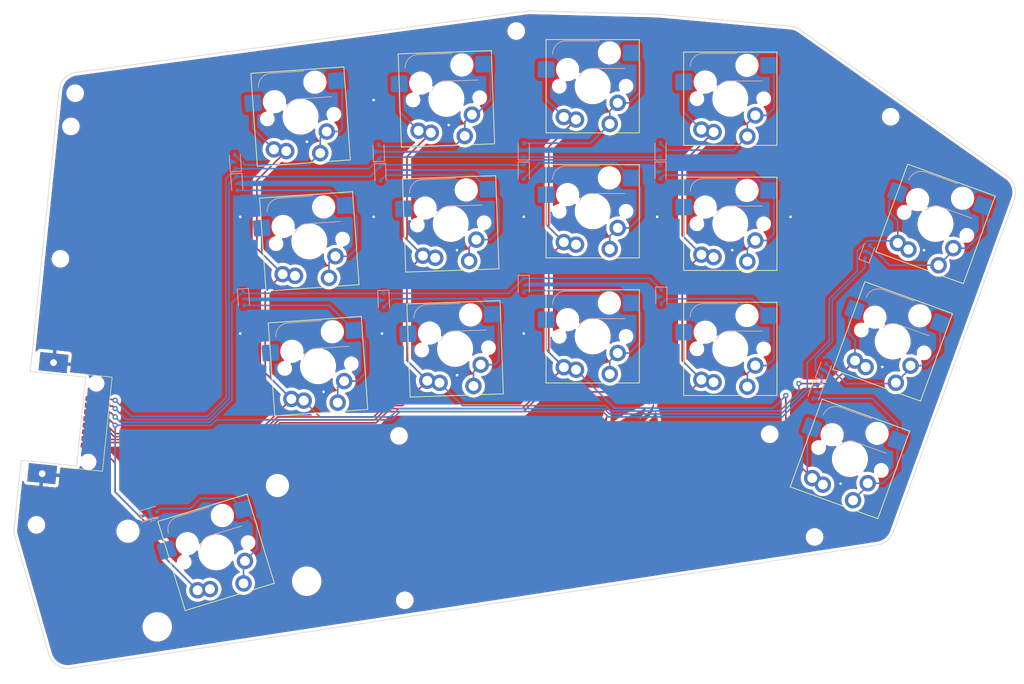
<source format=kicad_pcb>
(kicad_pcb (version 20221018) (generator pcbnew)
  (title_block (title "SEPOR-LEFT") (rev "v1.0.0") (company "Unknown"))
  (layers (0 "F.Cu" signal) (31 "B.Cu" signal) (34 "B.Paste" user) (35 "F.Paste" user) (36 "B.SilkS" user "B.Silkscreen") (37 "F.SilkS" user "F.Silkscreen") (38 "B.Mask" user) (39 "F.Mask" user) (44 "Edge.Cuts" user))
  (net 0 "")
  (net 1 "GND")
  (net 2 "row0")
  (net 3 "Net-(D19-Pad2)")
  (net 4 "Net-(D20-Pad2)")
  (net 5 "Net-(D21-Pad2)")
  (net 6 "Net-(D22-Pad2)")
  (net 7 "row1")
  (net 8 "Net-(D23-Pad2)")
  (net 9 "Net-(D24-Pad2)")
  (net 10 "Net-(D25-Pad2)")
  (net 11 "Net-(D26-Pad2)")
  (net 12 "row2")
  (net 13 "Net-(D27-Pad2)")
  (net 14 "Net-(D28-Pad2)")
  (net 15 "Net-(D29-Pad2)")
  (net 16 "Net-(D30-Pad2)")
  (net 17 "row3")
  (net 18 "Net-(D31-Pad2)")
  (net 19 "Net-(D32-Pad2)")
  (net 20 "Net-(D33-Pad2)")
  (net 21 "Net-(D34-Pad2)")
  (net 22 "col5")
  (net 23 "col6")
  (net 24 "col7")
  (net 25 "col8")
  (footprint "SEPR34-footprints:SEPOR-MX-KS27-HOTSWAP-1U" (layer "F.Cu") (at 254.688849 155.140788)
    (fp_text reference "S30" hide)
    (fp_text value "SWITCH")
  )
  (footprint "SEPOR-footprints:SEPOR-RJ45-SOCKET" (layer "F.Cu") (at 152.734192 165.892537 -95.85)
    (fp_text reference "J1" hide)
    (fp_text value "8P8C")
    (fp_line (start -9.8 5.39) (end -6.8 5.39) (stroke (width 0.1)) (layer "Edge.Cuts"))
    (fp_line (start -6.8 -3.11) (end -6.8 5.39) (stroke (width 0.1)) (layer "Edge.Cuts"))
    (fp_line (start -6.8 -3.11) (end 6.8 -3.11) (stroke (width 0.1)) (layer "Edge.Cuts"))
    (fp_line (start 6.8 -3.11) (end 6.8 5.39) (stroke (width 0.1)) (layer "Edge.Cuts"))
    (fp_line (start 6.8 5.39) (end 9.8 5.39) (stroke (width 0.1)) (layer "Edge.Cuts"))
  )
  (footprint "MountingHole:MountingHole_2.2mm_M2" (layer "F.Cu") (at 267.526525 183.783925)
    (property "Reference" "H?")
    (property "Value" "MountingHole")
    (fp_text reference "H10" hide)
    (fp_text value "MountingHole")
  )
  (footprint "SEPOR-footprints:SEPOR-LOGO" (layer "F.Cu") (at 238.473398 176.937406)
    (fp_text reference "G***" hide)
    (fp_text value "LOGO" hide)
  )
  (footprint "SEPR34-footprints:SEPOR-MX-KS27-HOTSWAP-1U" (layer "F.Cu") (at 212.778848 155.140788 2)
    (fp_text reference "S28" hide)
    (fp_text value "SWITCH")
  )
  (footprint "MountingHole:MountingHole_2.2mm_M2" (layer "F.Cu") (at 205.110512 193.431735)
    (property "Reference" "H?")
    (property "Value" "MountingHole")
    (fp_text reference "H7" hide)
    (fp_text value "MountingHole")
  )
  (footprint "MountingHole:MountingHole_2.2mm_M2" (layer "F.Cu") (at 204.23628 168.396995)
    (property "Reference" "H?")
    (property "Value" "MountingHole")
    (fp_text reference "H8" hide)
    (fp_text value "MountingHole")
  )
  (footprint "MountingHole:MountingHole_2.2mm_M2" (layer "F.Cu") (at 152.666802 141.423098)
    (fp_text reference "H5" hide)
    (fp_text value "MountingHole")
  )
  (footprint "SEPR34-footprints:SEPOR-MX-KS27-HOTSWAP-1U" (layer "F.Cu") (at 212.114013 136.102393 2)
    (fp_text reference "S24" hide)
    (fp_text value "SWITCH")
  )
  (footprint "SEPR34-footprints:SEPOR-MX-KS27-HOTSWAP-1U" (layer "F.Cu") (at 279.427964 154.008797 -20)
    (fp_text reference "S32" hide)
    (fp_text value "SWITCH")
  )
  (footprint "SEPR34-footprints:SEPOR-MX-KS27-HOTSWAP-1U" (layer "F.Cu") (at 189.245376 119.768757 4)
    (fp_text reference "S19" hide)
    (fp_text value "SWITCH")
  )
  (footprint "MountingHole:MountingHole_2.2mm_M2" (layer "F.Cu") (at 260.688849 168.140788)
    (property "Reference" "H?")
    (property "Value" "MountingHole")
    (fp_text reference "H9" hide)
    (fp_text value "MountingHole")
  )
  (footprint "MountingHole:MountingHole_2.2mm_M2" (layer "F.Cu") (at 154.913147 116.204971)
    (fp_text reference "H3" hide)
    (fp_text value "MountingHole")
  )
  (footprint "SEPR34-footprints:SEPOR-MX-KS27-HOTSWAP-1U" (layer "F.Cu") (at 285.943447 136.107652 -20)
    (fp_text reference "S31" hide)
    (fp_text value "SWITCH")
  )
  (footprint "MountingHole:MountingHole_2.2mm_M2" (layer "F.Cu") (at 149.01887 181.944235)
    (property "Reference" "H?")
    (property "Value" "MountingHole")
    (fp_text reference "H6" hide)
    (fp_text value "MountingHole")
  )
  (footprint "SEPR34-footprints:SEPOR-MX-KS27-HOTSWAP-1U" (layer "F.Cu") (at 233.733849 134.185788)
    (fp_text reference "S25" hide)
    (fp_text value "SWITCH")
  )
  (footprint "SEPR34-footprints:SEPOR-MX-KS27-HOTSWAP-1U" (layer "F.Cu") (at 254.688849 136.090788)
    (fp_text reference "S26" hide)
    (fp_text value "SWITCH")
  )
  (footprint "MountingHole:MountingHole_2.2mm_M2" (layer "F.Cu") (at 279.113398 119.787406)
    (fp_text reference "H1" hide)
    (fp_text value "MountingHole")
  )
  (footprint "SEPR34-footprints:SEPOR-MX-KS27-HOTSWAP-1U" (layer "F.Cu") (at 191.903097 157.775947 4)
    (fp_text reference "S27" hide)
    (fp_text value "SWITCH")
  )
  (footprint "SEPR34-footprints:SEPOR-MX-KS27-HOTSWAP-1U" (layer "F.Cu") (at 272.91248 171.909941 -20)
    (fp_text reference "S33" hide)
    (fp_text value "SWITCH")
  )
  (footprint "MountingHole:MountingHole_2.2mm_M2" (layer "F.Cu") (at 222.095227 106.736165)
    (fp_text reference "H2" hide)
    (fp_text value "MountingHole")
  )
  (footprint "SEPR34-footprints:SEPOR-MX-KS27-HOTSWAP-1U" (layer "F.Cu") (at 211.449178 117.063998 2)
    (fp_text reference "S20" hide)
    (fp_text value "SWITCH")
  )
  (footprint "SEPR34-footprints:SEPOR-MX-KS27-HOTSWAP-1U" (layer "F.Cu") (at 233.733849 153.235788)
    (fp_text reference "S29" hide)
    (fp_text value "SWITCH")
  )
  (footprint "SEPR34-footprints:SEPOR-MX-KS27-HOTSWAP-1U" (layer "F.Cu") (at 190.574236 138.772352 4)
    (fp_text reference "S23" hide)
    (fp_text value "SWITCH")
  )
  (footprint "SEPR34-footprints:SEPOR-MX-KS27-HOTSWAP-1U" (layer "F.Cu") (at 233.733848 115.135788)
    (fp_text reference "S21" hide)
    (fp_text value "SWITCH")
  )
  (footprint "SEPR34-footprints:SEPOR-MX-KS27-HOTSWAP-2U" (layer "F.Cu") (at 176.387134 186.125219 17)
    (fp_text reference "S34")
    (fp_text value "SW_PUSH_2.0U")
  )
  (footprint "SEPR34-footprints:SEPOR-MX-KS27-HOTSWAP-1U" (layer "F.Cu") (at 254.688849 117.040788)
    (fp_text reference "S22" hide)
    (fp_text value "SWITCH")
  )
  (footprint "MountingHole:MountingHole_2.2mm_M2" (layer "F.Cu") (at 154.264365 121.262547)
    (fp_text reference "H4" hide)
    (fp_text value "MountingHole")
  )
  (footprint "Diode_SMD:D_SOD-323" (layer "B.Cu") (at 201.389398 128.423406 -88)
    (fp_text reference "D24" hide)
    (fp_text value "1N4148")
  )
  (footprint "Diode_SMD:D_SOD-323" (layer "B.Cu") (at 268.953398 158.395406 70)
    (fp_text reference "D32" hide)
    (fp_text value "1N4148")
  )
  (footprint "Diode_SMD:D_SOD-323" (layer "B.Cu") (at 179.291398 126.645406 94)
    (fp_text reference "D19" hide)
    (fp_text value "1N4148")
  )
  (footprint "Diode_SMD:D_SOD-323" (layer "B.Cu") (at 201.135398 125.121406 92)
    (fp_text reference "D20" hide)
    (fp_text value "1N4148")
  )
  (footprint "Diode_SMD:D_SOD-323" (layer "B.Cu") (at 179.545398 129.947406 -86)
    (fp_text reference "D23" hide)
    (fp_text value "1N4148")
  )
  (footprint "Diode_SMD:D_SOD-323" (layer "B.Cu") (at 166.337398 180.239406 17)
    (fp_text reference "D34" hide)
    (fp_text value "1N4148")
  )
  (footprint "Diode_SMD:D_SOD-323" (layer "B.Cu") (at 267.683398 161.697406 -110)
    (fp_text reference "D33" hide)
    (fp_text value "1N4148")
  )
  (footprint "Diode_SMD:D_SOD-323" (layer "B.Cu") (at 223.233398 128.169406 -90)
    (fp_text reference "D25" hide)
    (fp_text value "1N4148")
  )
  (footprint "Diode_SMD:D_SOD-323" (layer "B.Cu") (at 244.061398 124.867406 90)
    (fp_text reference "D22" hide)
    (fp_text value "1N4148")
  )
  (footprint "Diode_SMD:D_SOD-323" (layer "B.Cu") (at 223.233398 145.441406 -90)
    (fp_text reference "D29" hide)
    (fp_text value "1N4148")
  )
  (footprint "Diode_SMD:D_SOD-323" (layer "B.Cu") (at 275.557398 140.361406 70)
    (fp_text reference "D31" hide)
    (fp_text value "1N4148")
  )
  (footprint "Diode_SMD:D_SOD-323" (layer "B.Cu") (at 180.561398 147.473406 -86)
    (fp_text reference "D27" hide)
    (fp_text value "1N4148")
  )
  (footprint "Diode_SMD:D_SOD-323" (layer "B.Cu") (at 244.061398 128.169406 -90)
    (fp_text reference "D26" hide)
    (fp_text value "1N4148")
  )
  (footprint "Diode_SMD:D_SOD-323" (layer "B.Cu") (at 201.897398 147.727406 -88)
    (fp_text reference "D28" hide)
    (fp_text value "1N4148")
  )
  (footprint "Diode_SMD:D_SOD-323" (layer "B.Cu") (at 244.188398 147.219406 -90)
    (fp_text reference "D30" hide)
    (fp_text value "1N4148")
  )
  (footprint "Diode_SMD:D_SOD-323" (layer "B.Cu") (at 223.233398 124.867406 90)
    (fp_text reference "D21" hide)
    (fp_text value "1N4148")
  )
  (gr_line (start 154.231819 203.754651) (end 277.13108 184.995427) (stroke (width 0.1)) (layer "Edge.Cuts"))
  (gr_arc (start 154.231819 203.754651) (mid 152.161668 203.315458) (end 150.896306 201.619205) (stroke (width 0.1)) (layer "Edge.Cuts"))
  (gr_line (start 296.873316 128.855133) (end 265.346904 106.556237) (stroke (width 0.1)) (layer "Edge.Cuts"))
  (gr_arc (start 145.715472 183.629056) (mid 145.610264 183.065701) (end 145.613981 182.492619) (stroke (width 0.1)) (layer "Edge.Cuts"))
  (gr_line (start 263.886131 106.017814) (end 243.830162 104.194544) (stroke (width 0.1)) (layer "Edge.Cuts"))
  (gr_arc (start 263.886131 106.017814) (mid 264.652079 106.190544) (end 265.346904 106.556237) (stroke (width 0.1)) (layer "Edge.Cuts"))
  (gr_arc (start 296.873317 128.855133) (mid 298.003986 130.409143) (end 297.960014 132.330451) (stroke (width 0.1)) (layer "Edge.Cuts"))
  (gr_arc (start 279.497484 183.055836) (mid 278.580043 184.349874) (end 277.13108 184.995427) (stroke (width 0.1)) (layer "Edge.Cuts"))
  (gr_arc (start 243.637172 104.183254) (mid 243.733758 104.187341) (end 243.830162 104.194544) (stroke (width 0.1)) (layer "Edge.Cuts"))
  (gr_arc (start 223.74914 103.700821) (mid 223.989844 103.677994) (end 224.231603 103.674545) (stroke (width 0.1)) (layer "Edge.Cuts"))
  (gr_line (start 148.371122 155.594201) (end 152.467747 115.70043) (stroke (width 0.1)) (layer "Edge.Cuts"))
  (gr_line (start 243.637171 104.183254) (end 224.231603 103.674545) (stroke (width 0.1)) (layer "Edge.Cuts"))
  (gr_line (start 279.497484 183.055836) (end 297.960014 132.330451) (stroke (width 0.1)) (layer "Edge.Cuts"))
  (gr_arc (start 152.467747 115.70043) (mid 153.296316 113.920413) (end 155.048231 113.033968) (stroke (width 0.1)) (layer "Edge.Cuts"))
  (gr_line (start 145.613981 182.492619) (end 146.373403 175.092127) (stroke (width 0.1)) (layer "Edge.Cuts"))
  (gr_line (start 145.715471 183.629056) (end 150.896306 201.619205) (stroke (width 0.1)) (layer "Edge.Cuts"))
  (gr_line (start 223.74914 103.700821) (end 155.048231 113.033968) (stroke (width 0.1)) (layer "Edge.Cuts"))
  (via (at 263.873398 135.027406) (size 0.8) (drill 0.4) (layers "F.Cu" "B.Cu") (net 1))
  (via (at 284.193398 140.107406) (size 0.8) (drill 0.4) (layers "F.Cu" "B.Cu") (net 1))
  (via (at 180.053398 152.807406) (size 0.8) (drill 0.4) (layers "F.Cu" "B.Cu") (net 1))
  (via (at 243.553398 135.027406) (size 0.8) (drill 0.4) (layers "F.Cu" "B.Cu") (net 1))
  (via (at 223.233398 152.807406) (size 0.8) (drill 0.4) (layers "F.Cu" "B.Cu") (net 1))
  (via (at 200.373398 135.027406) (size 0.8) (drill 0.4) (layers "F.Cu" "B.Cu") (net 1))
  (via (at 211.803398 121.057406) (size 0.8) (drill 0.4) (layers "F.Cu" "B.Cu") (net 1))
  (via (at 201.643398 152.807406) (size 0.8) (drill 0.4) (layers "F.Cu" "B.Cu") (net 1))
  (via (at 190.213398 123.597406) (size 0.8) (drill 0.4) (layers "F.Cu" "B.Cu") (net 1))
  (via (at 223.233398 135.027406) (size 0.8) (drill 0.4) (layers "F.Cu" "B.Cu") (net 1))
  (via (at 277.843398 157.887406) (size 0.8) (drill 0.4) (layers "F.Cu" "B.Cu") (net 1))
  (via (at 192.753398 161.697406) (size 0.8) (drill 0.4) (layers "F.Cu" "B.Cu") (net 1))
  (via (at 180.053398 135.027406) (size 0.8) (drill 0.4) (layers "F.Cu" "B.Cu") (net 1))
  (via (at 213.073398 159.157406) (size 0.8) (drill 0.4) (layers "F.Cu" "B.Cu") (net 1))
  (via (at 213.073398 140.107406) (size 0.8) (drill 0.4) (layers "F.Cu" "B.Cu") (net 1))
  (via (at 200.373398 117.247406) (size 0.8) (drill 0.4) (layers "F.Cu" "B.Cu") (net 1))
  (via (at 254.983398 140.107406) (size 0.8) (drill 0.4) (layers "F.Cu" "B.Cu") (net 1))
  (via (at 271.493398 175.667406) (size 0.8) (drill 0.4) (layers "F.Cu" "B.Cu") (net 1))
  (segment (start 161.003398 162.967406) (end 160.87757 162.841578) (width 0.25) (layer "F.Cu") (net 2))
  (segment (start 160.87757 162.841578) (end 157.982492 162.841578) (width 0.25) (layer "F.Cu") (net 2))
  (via (at 161.003398 162.967406) (size 0.8) (drill 0.4) (layers "F.Cu" "B.Cu") (net 2))
  (segment (start 177.883398 129.174092) (end 179.364642 127.692848) (width 0.25) (layer "B.Cu") (net 2))
  (segment (start 201.172042 126.170766) (end 201.425402 125.917406) (width 0.25) (layer "B.Cu") (net 2))
  (segment (start 177.883398 162.594614) (end 177.883398 129.174092) (width 0.25) (layer "B.Cu") (net 2))
  (segment (start 175.050606 165.427406) (end 177.883398 162.594614) (width 0.25) (layer "B.Cu") (net 2))
  (segment (start 223.233398 125.917406) (end 244.061398 125.917406) (width 0.25) (layer "B.Cu") (net 2))
  (segment (start 199.64996 127.692848) (end 201.172042 126.170766) (width 0.25) (layer "B.Cu") (net 2))
  (segment (start 161.003398 162.967406) (end 163.463398 165.427406) (width 0.25) (layer "B.Cu") (net 2))
  (segment (start 179.364642 127.692848) (end 199.64996 127.692848) (width 0.25) (layer "B.Cu") (net 2))
  (segment (start 163.463398 165.427406) (end 175.050606 165.427406) (width 0.25) (layer "B.Cu") (net 2))
  (segment (start 201.425402 125.917406) (end 223.233398 125.917406) (width 0.25) (layer "B.Cu") (net 2))
  (segment (start 180.727304 127.107114) (end 190.456411 127.107114) (width 0.25) (layer "B.Cu") (net 3))
  (segment (start 195.226133 122.036798) (end 195.563002 121.699929) (width 0.25) (layer "B.Cu") (net 3))
  (segment (start 195.563002 115.137834) (end 194.718782 114.293614) (width 0.25) (layer "B.Cu") (net 3))
  (segment (start 193.223276 122.036798) (end 195.226133 122.036798) (width 0.25) (layer "B.Cu") (net 3))
  (segment (start 195.563002 121.699929) (end 195.563002 115.137834) (width 0.25) (layer "B.Cu") (net 3))
  (segment (start 179.218154 125.597964) (end 180.727304 127.107114) (width 0.25) (layer "B.Cu") (net 3))
  (segment (start 192.240142 123.019932) (end 192.240142 125.323383) (width 0.25) (layer "B.Cu") (net 3))
  (segment (start 193.223276 122.036798) (end 192.240142 123.019932) (width 0.25) (layer "B.Cu") (net 3))
  (segment (start 190.456411 127.107114) (end 192.240142 125.323383) (width 0.25) (layer "B.Cu") (net 3))
  (segment (start 201.349806 124.323098) (end 212.644925 124.323098) (width 0.25) (layer "B.Cu") (net 4))
  (segment (start 212.644925 124.323098) (end 214.248266 122.719757) (width 0.25) (layer "B.Cu") (net 4))
  (segment (start 215.345502 119.469484) (end 214.248266 120.56672) (width 0.25) (layer "B.Cu") (net 4))
  (segment (start 218.153398 117.247406) (end 218.153398 112.826278) (width 0.25) (layer "B.Cu") (net 4))
  (segment (start 214.248266 120.56672) (end 214.248266 122.719757) (width 0.25) (layer "B.Cu") (net 4))
  (segment (start 215.345502 119.469484) (end 215.93132 119.469484) (width 0.25) (layer "B.Cu") (net 4))
  (segment (start 218.153398 112.826278) (end 217.11033 111.78321) (width 0.25) (layer "B.Cu") (net 4))
  (segment (start 215.93132 119.469484) (end 218.153398 117.247406) (width 0.25) (layer "B.Cu") (net 4))
  (segment (start 201.098754 124.072046) (end 201.349806 124.323098) (width 0.25) (layer "B.Cu") (net 4))
  (segment (start 241.013398 111.493338) (end 239.575848 110.055788) (width 0.25) (layer "B.Cu") (net 5))
  (segment (start 223.233398 123.817406) (end 233.40223 123.817406) (width 0.25) (layer "B.Cu") (net 5))
  (segment (start 233.40223 123.817406) (end 236.333848 120.885788) (width 0.25) (layer "B.Cu") (net 5))
  (segment (start 241.013398 115.977406) (end 241.013398 111.493338) (width 0.25) (layer "B.Cu") (net 5))
  (segment (start 236.333848 118.885788) (end 237.543848 117.675788) (width 0.25) (layer "B.Cu") (net 5))
  (segment (start 239.315016 117.675788) (end 241.013398 115.977406) (width 0.25) (layer "B.Cu") (net 5))
  (segment (start 237.543848 117.675788) (end 239.315016 117.675788) (width 0.25) (layer "B.Cu") (net 5))
  (segment (start 236.333848 120.885788) (end 236.333848 118.885788) (width 0.25) (layer "B.Cu") (net 5))
  (segment (start 257.288849 120.790788) (end 258.498849 119.580788) (width 0.25) (layer "B.Cu") (net 6))
  (segment (start 261.333398 118.517406) (end 261.333398 112.763337) (width 0.25) (layer "B.Cu") (net 6))
  (segment (start 244.061398 123.817406) (end 245.111398 124.867406) (width 0.25) (layer "B.Cu") (net 6))
  (segment (start 261.333398 112.763337) (end 260.530849 111.960788) (width 0.25) (layer "B.Cu") (net 6))
  (segment (start 255.212231 124.867406) (end 257.288849 122.790788) (width 0.25) (layer "B.Cu") (net 6))
  (segment (start 258.498849 119.580788) (end 260.270016 119.580788) (width 0.25) (layer "B.Cu") (net 6))
  (segment (start 245.111398 124.867406) (end 255.212231 124.867406) (width 0.25) (layer "B.Cu") (net 6))
  (segment (start 260.270016 119.580788) (end 261.333398 118.517406) (width 0.25) (layer "B.Cu") (net 6))
  (segment (start 257.288849 122.790788) (end 257.288849 120.790788) (width 0.25) (layer "B.Cu") (net 6))
  (segment (start 160.622258 163.856266) (end 161.003398 164.237406) (width 0.25) (layer "F.Cu") (net 7))
  (segment (start 157.878529 163.856266) (end 160.622258 163.856266) (width 0.25) (layer "F.Cu") (net 7))
  (via (at 161.003398 164.237406) (size 0.8) (drill 0.4) (layers "F.Cu" "B.Cu") (net 7))
  (segment (start 223.985398 126.367406) (end 243.309398 126.367406) (width 0.25) (layer "B.Cu") (net 7))
  (segment (start 178.333398 162.78101) (end 178.333398 130.03872) (width 0.25) (layer "B.Cu") (net 7))
  (segment (start 223.233398 127.119406) (end 223.985398 126.367406) (width 0.25) (layer "B.Cu") (net 7))
  (segment (start 175.237002 165.877406) (end 178.333398 162.78101) (width 0.25) (layer "B.Cu") (net 7))
  (segment (start 199.826836 128.899964) (end 201.352754 127.374046) (width 0.25) (layer "B.Cu") (net 7))
  (segment (start 178.333398 130.03872) (end 179.472154 128.899964) (width 0.25) (layer "B.Cu") (net 7))
  (segment (start 201.607394 127.119406) (end 223.233398 127.119406) (width 0.25) (layer "B.Cu") (net 7))
  (segment (start 162.643398 165.877406) (end 175.237002 165.877406) (width 0.25) (layer "B.Cu") (net 7))
  (segment (start 201.352754 127.374046) (end 201.607394 127.119406) (width 0.25) (layer "B.Cu") (net 7))
  (segment (start 243.309398 126.367406) (end 244.061398 127.119406) (width 0.25) (layer "B.Cu") (net 7))
  (segment (start 161.003398 164.237406) (end 162.643398 165.877406) (width 0.25) (layer "B.Cu") (net 7))
  (segment (start 179.472154 128.899964) (end 199.826836 128.899964) (width 0.25) (layer "B.Cu") (net 7))
  (segment (start 193.569002 142.023527) (end 194.552136 141.040393) (width 0.25) (layer "B.Cu") (net 8))
  (segment (start 197.833398 139.761988) (end 197.833398 135.082965) (width 0.25) (layer "B.Cu") (net 8))
  (segment (start 196.554993 141.040393) (end 197.833398 139.761988) (width 0.25) (layer "B.Cu") (net 8))
  (segment (start 194.552136 141.040393) (end 196.554993 141.040393) (width 0.25) (layer "B.Cu") (net 8))
  (segment (start 193.745281 130.994848) (end 196.047642 133.297209) (width 0.25) (layer "B.Cu") (net 8))
  (segment (start 197.833398 135.082965) (end 196.047642 133.297209) (width 0.25) (layer "B.Cu") (net 8))
  (segment (start 193.569002 144.326978) (end 193.569002 142.023527) (width 0.25) (layer "B.Cu") (net 8))
  (segment (start 179.618642 130.994848) (end 193.745281 130.994848) (width 0.25) (layer "B.Cu") (net 8))
  (segment (start 218.143679 138.507879) (end 219.423398 137.22816) (width 0.25) (layer "B.Cu") (net 9))
  (segment (start 215.630966 128.677406) (end 217.775165 130.821605) (width 0.25) (layer "B.Cu") (net 9))
  (segment (start 216.010337 138.507879) (end 218.143679 138.507879) (width 0.25) (layer "B.Cu") (net 9))
  (segment (start 201.426042 129.472766) (end 202.221402 128.677406) (width 0.25) (layer "B.Cu") (net 9))
  (segment (start 214.913101 139.605115) (end 216.010337 138.507879) (width 0.25) (layer "B.Cu") (net 9))
  (segment (start 219.423398 132.469838) (end 217.775165 130.821605) (width 0.25) (layer "B.Cu") (net 9))
  (segment (start 214.913101 141.758152) (end 214.913101 139.605115) (width 0.25) (layer "B.Cu") (net 9))
  (segment (start 219.423398 137.22816) (end 219.423398 132.469838) (width 0.25) (layer "B.Cu") (net 9))
  (segment (start 202.221402 128.677406) (end 215.630966 128.677406) (width 0.25) (layer "B.Cu") (net 9))
  (segment (start 225.635398 126.817406) (end 237.287467 126.817406) (width 0.25) (layer "B.Cu") (net 10))
  (segment (start 239.315016 136.725788) (end 241.013398 135.027406) (width 0.25) (layer "B.Cu") (net 10))
  (segment (start 241.013398 130.543337) (end 239.575849 129.105788) (width 0.25) (layer "B.Cu") (net 10))
  (segment (start 223.233398 129.219406) (end 225.635398 126.817406) (width 0.25) (layer "B.Cu") (net 10))
  (segment (start 241.013398 135.027406) (end 241.013398 130.543337) (width 0.25) (layer "B.Cu") (net 10))
  (segment (start 236.333849 139.935788) (end 236.333849 137.935788) (width 0.25) (layer "B.Cu") (net 10))
  (segment (start 237.287467 126.817406) (end 239.575849 129.105788) (width 0.25) (layer "B.Cu") (net 10))
  (segment (start 236.333849 137.935788) (end 237.543849 136.725788) (width 0.25) (layer "B.Cu") (net 10))
  (segment (start 237.543849 136.725788) (end 239.315016 136.725788) (width 0.25) (layer "B.Cu") (net 10))
  (segment (start 257.288849 139.840788) (end 258.498849 138.630788) (width 0.25) (layer "B.Cu") (net 11))
  (segment (start 258.498849 138.630788) (end 260.270016 138.630788) (width 0.25) (layer "B.Cu") (net 11))
  (segment (start 244.061398 129.219406) (end 244.603398 128.677406) (width 0.25) (layer "B.Cu") (net 11))
  (segment (start 244.603398 128.677406) (end 258.197467 128.677406) (width 0.25) (layer "B.Cu") (net 11))
  (segment (start 257.288849 141.840788) (end 257.288849 139.840788) (width 0.25) (layer "B.Cu") (net 11))
  (segment (start 260.270016 138.630788) (end 261.333398 137.567406) (width 0.25) (layer "B.Cu") (net 11))
  (segment (start 261.333398 131.813337) (end 260.530849 131.010788) (width 0.25) (layer "B.Cu") (net 11))
  (segment (start 258.197467 128.677406) (end 260.530849 131.010788) (width 0.25) (layer "B.Cu") (net 11))
  (segment (start 261.333398 137.567406) (end 261.333398 131.813337) (width 0.25) (layer "B.Cu") (net 11))
  (segment (start 160.366946 164.870954) (end 161.003398 165.507406) (width 0.25) (layer "F.Cu") (net 12))
  (segment (start 157.774566 164.870954) (end 160.366946 164.870954) (width 0.25) (layer "F.Cu") (net 12))
  (via (at 161.003398 165.507406) (size 0.8) (drill 0.4) (layers "F.Cu" "B.Cu") (net 12))
  (segment (start 223.233398 144.391406) (end 242.410398 144.391406) (width 0.25) (layer "B.Cu") (net 12))
  (segment (start 178.783398 162.967406) (end 178.783398 148.13072) (width 0.25) (layer "B.Cu") (net 12))
  (segment (start 242.410398 144.391406) (end 244.188398 146.169406) (width 0.25) (layer "B.Cu") (net 12))
  (segment (start 180.488154 146.425964) (end 180.740236 146.678046) (width 0.25) (layer "B.Cu") (net 12))
  (segment (start 220.946758 146.678046) (end 223.233398 144.391406) (width 0.25) (layer "B.Cu") (net 12))
  (segment (start 161.003398 165.507406) (end 161.823398 166.327406) (width 0.25) (layer "B.Cu") (net 12))
  (segment (start 178.783398 148.13072) (end 180.488154 146.425964) (width 0.25) (layer "B.Cu") (net 12))
  (segment (start 201.860754 146.678046) (end 220.946758 146.678046) (width 0.25) (layer "B.Cu") (net 12))
  (segment (start 175.423398 166.327406) (end 178.783398 162.967406) (width 0.25) (layer "B.Cu") (net 12))
  (segment (start 180.740236 146.678046) (end 201.860754 146.678046) (width 0.25) (layer "B.Cu") (net 12))
  (segment (start 161.823398 166.327406) (end 175.423398 166.327406) (width 0.25) (layer "B.Cu") (net 12))
  (segment (start 194.897863 161.027122) (end 195.880997 160.043988) (width 0.25) (layer "B.Cu") (net 13))
  (segment (start 197.883854 160.043988) (end 199.103398 158.824444) (width 0.25) (layer "B.Cu") (net 13))
  (segment (start 193.596547 148.520848) (end 197.376503 152.300804) (width 0.25) (layer "B.Cu") (net 13))
  (segment (start 199.103398 154.027699) (end 197.376503 152.300804) (width 0.25) (layer "B.Cu") (net 13))
  (segment (start 195.880997 160.043988) (end 197.883854 160.043988) (width 0.25) (layer "B.Cu") (net 13))
  (segment (start 194.897863 163.330573) (end 194.897863 161.027122) (width 0.25) (layer "B.Cu") (net 13))
  (segment (start 180.634642 148.520848) (end 193.596547 148.520848) (width 0.25) (layer "B.Cu") (net 13))
  (segment (start 199.103398 158.824444) (end 199.103398 154.027699) (width 0.25) (layer "B.Cu") (net 13))
  (segment (start 203.204042 147.506766) (end 216.086766 147.506766) (width 0.25) (layer "B.Cu") (net 14))
  (segment (start 215.577936 158.64351) (end 216.675172 157.546274) (width 0.25) (layer "B.Cu") (net 14))
  (segment (start 216.675172 157.546274) (end 218.808514 157.546274) (width 0.25) (layer "B.Cu") (net 14))
  (segment (start 219.423398 156.93139) (end 219.423398 150.843398) (width 0.25) (layer "B.Cu") (net 14))
  (segment (start 215.577936 160.796547) (end 215.577936 158.64351) (width 0.25) (layer "B.Cu") (net 14))
  (segment (start 201.934042 148.776766) (end 203.204042 147.506766) (width 0.25) (layer "B.Cu") (net 14))
  (segment (start 219.423398 150.843398) (end 218.44 149.86) (width 0.25) (layer "B.Cu") (net 14))
  (segment (start 218.808514 157.546274) (end 219.423398 156.93139) (width 0.25) (layer "B.Cu") (net 14))
  (segment (start 216.086766 147.506766) (end 218.44 149.86) (width 0.25) (layer "B.Cu") (net 14))
  (segment (start 237.675848 146.255787) (end 239.575849 148.155788) (width 0.25) (layer "B.Cu") (net 15))
  (segment (start 237.543849 155.775788) (end 239.315016 155.775788) (width 0.25) (layer "B.Cu") (net 15))
  (segment (start 241.013398 149.593337) (end 239.575849 148.155788) (width 0.25) (layer "B.Cu") (net 15))
  (segment (start 236.333849 156.985788) (end 237.543849 155.775788) (width 0.25) (layer "B.Cu") (net 15))
  (segment (start 239.315016 155.775788) (end 241.013398 154.077406) (width 0.25) (layer "B.Cu") (net 15))
  (segment (start 236.333849 158.985788) (end 236.333849 156.985788) (width 0.25) (layer "B.Cu") (net 15))
  (segment (start 223.233398 146.491406) (end 223.469017 146.255787) (width 0.25) (layer "B.Cu") (net 15))
  (segment (start 223.469017 146.255787) (end 237.675848 146.255787) (width 0.25) (layer "B.Cu") (net 15))
  (segment (start 241.013398 154.077406) (end 241.013398 149.593337) (width 0.25) (layer "B.Cu") (net 15))
  (segment (start 260.270016 157.680788) (end 261.333398 156.617406) (width 0.25) (layer "B.Cu") (net 16))
  (segment (start 261.333398 150.863337) (end 260.530849 150.060788) (width 0.25) (layer "B.Cu") (net 16))
  (segment (start 258.498849 157.680788) (end 260.270016 157.680788) (width 0.25) (layer "B.Cu") (net 16))
  (segment (start 261.333398 156.617406) (end 261.333398 150.863337) (width 0.25) (layer "B.Cu") (net 16))
  (segment (start 257.288849 158.890788) (end 258.498849 157.680788) (width 0.25) (layer "B.Cu") (net 16))
  (segment (start 257.977467 147.507406) (end 260.530849 150.060788) (width 0.25) (layer "B.Cu") (net 16))
  (segment (start 257.288849 160.890788) (end 257.288849 158.890788) (width 0.25) (layer "B.Cu") (net 16))
  (segment (start 244.950398 147.507406) (end 257.977467 147.507406) (width 0.25) (layer "B.Cu") (net 16))
  (segment (start 244.188398 148.269406) (end 244.950398 147.507406) (width 0.25) (layer "B.Cu") (net 16))
  (segment (start 160.111634 165.885642) (end 161.003398 166.777406) (width 0.25) (layer "F.Cu") (net 17))
  (segment (start 157.670603 165.885642) (end 160.111634 165.885642) (width 0.25) (layer "F.Cu") (net 17))
  (via (at 161.003398 166.777406) (size 0.8) (drill 0.4) (layers "F.Cu" "B.Cu") (net 17))
  (segment (start 235.289071 164.687406) (end 204.369794 164.687406) (width 0.25) (layer "B.Cu") (net 17))
  (segment (start 268.594277 160.158971) (end 268.042519 160.710729) (width 0.25) (layer "B.Cu") (net 17))
  (segment (start 203.099794 165.957406) (end 176.429794 165.957406) (width 0.25) (layer "B.Cu") (net 17))
  (segment (start 270.223398 147.727406) (end 275.198277 142.752527) (width 0.25) (layer "B.Cu") (net 17))
  (segment (start 204.369794 164.687406) (end 203.099794 165.957406) (width 0.25) (layer "B.Cu") (net 17))
  (segment (start 268.594277 159.382083) (end 267.683398 158.471204) (width 0.25) (layer "B.Cu") (net 17))
  (segment (start 268.042519 160.710729) (end 267.400075 160.710729) (width 0.25) (layer "B.Cu") (net 17))
  (segment (start 270.223398 154.077406) (end 270.223398 147.727406) (width 0.25) (layer "B.Cu") (net 17))
  (segment (start 262.603398 165.507406) (end 236.109071 165.507406) (width 0.25) (layer "B.Cu") (net 17))
  (segment (start 236.109071 165.507406) (end 235.289071 164.687406) (width 0.25) (layer "B.Cu") (net 17))
  (segment (start 176.429794 165.957406) (end 175.609794 166.777406) (width 0.25) (layer "B.Cu") (net 17))
  (segment (start 267.400075 160.710729) (end 262.603398 165.507406) (width 0.25) (layer "B.Cu") (net 17))
  (segment (start 268.594277 159.382083) (end 268.594277 160.158971) (width 0.25) (layer "B.Cu") (net 17))
  (segment (start 165.333278 180.546396) (end 164.612388 180.546396) (width 0.25) (layer "B.Cu") (net 17))
  (segment (start 164.612388 180.546396) (end 161.003398 176.937406) (width 0.25) (layer "B.Cu") (net 17))
  (segment (start 267.683398 156.617406) (end 270.223398 154.077406) (width 0.25) (layer "B.Cu") (net 17))
  (segment (start 175.609794 166.777406) (end 161.003398 166.777406) (width 0.25) (layer "B.Cu") (net 17))
  (segment (start 161.003398 176.937406) (end 161.003398 166.777406) (width 0.25) (layer "B.Cu") (net 17))
  (segment (start 275.198277 142.752527) (end 275.198277 141.348083) (width 0.25) (layer "B.Cu") (net 17))
  (segment (start 267.683398 158.471204) (end 267.683398 156.617406) (width 0.25) (layer "B.Cu") (net 17))
  (segment (start 275.916519 139.374729) (end 278.941927 142.400137) (width 0.25) (layer "B.Cu") (net 18))
  (segment (start 290.76604 139.797568) (end 293.170594 137.393014) (width 0.25) (layer "B.Cu") (net 18))
  (segment (start 288.654945 140.165224) (end 288.654945 139.797568) (width 0.25) (layer "B.Cu") (net 18))
  (segment (start 293.170594 137.393014) (end 293.170594 133.332095) (width 0.25) (layer "B.Cu") (net 18))
  (segment (start 288.654945 139.797568) (end 290.76604 139.797568) (width 0.25) (layer "B.Cu") (net 18))
  (segment (start 278.941927 142.400137) (end 286.420032 142.400137) (width 0.25) (layer "B.Cu") (net 18))
  (segment (start 286.420032 142.400137) (end 288.654945 140.165224) (width 0.25) (layer "B.Cu") (net 18))
  (segment (start 282.139462 158.066369) (end 282.139462 157.698713) (width 0.25) (layer "B.Cu") (net 19))
  (segment (start 279.904549 160.301282) (end 282.139462 158.066369) (width 0.25) (layer "B.Cu") (net 19))
  (segment (start 279.778425 160.427406) (end 279.904549 160.301282) (width 0.25) (layer "B.Cu") (net 19))
  (segment (start 282.139462 157.698713) (end 284.382091 157.698713) (width 0.25) (layer "B.Cu") (net 19))
  (segment (start 284.382091 157.698713) (end 286.655111 155.425693) (width 0.25) (layer "B.Cu") (net 19))
  (segment (start 269.312519 157.408729) (end 272.331196 160.427406) (width 0.25) (layer "B.Cu") (net 19))
  (segment (start 286.655111 155.425693) (end 286.655111 151.23324) (width 0.25) (layer "B.Cu") (net 19))
  (segment (start 272.331196 160.427406) (end 279.778425 160.427406) (width 0.25) (layer "B.Cu") (net 19))
  (segment (start 280.139627 166.533635) (end 280.139627 169.134384) (width 0.25) (layer "B.Cu") (net 20))
  (segment (start 277.910947 175.599857) (end 280.139627 173.371177) (width 0.25) (layer "B.Cu") (net 20))
  (segment (start 280.139627 173.371177) (end 280.139627 169.134384) (width 0.25) (layer "B.Cu") (net 20))
  (segment (start 267.324277 162.684083) (end 276.290075 162.684083) (width 0.25) (layer "B.Cu") (net 20))
  (segment (start 275.623978 175.599857) (end 277.910947 175.599857) (width 0.25) (layer "B.Cu") (net 20))
  (segment (start 273.389065 178.202426) (end 275.623978 175.967513) (width 0.25) (layer "B.Cu") (net 20))
  (segment (start 276.290075 162.684083) (end 280.139627 166.533635) (width 0.25) (layer "B.Cu") (net 20))
  (segment (start 275.623978 175.967513) (end 275.623978 175.599857) (width 0.25) (layer "B.Cu") (net 20))
  (segment (start 167.341518 179.932416) (end 167.796528 179.477406) (width 0.25) (layer "B.Cu") (net 21))
  (segment (start 180.773279 188.367406) (end 180.554664 188.586021) (width 0.25) (layer "B.Cu") (net 21))
  (segment (start 167.796528 179.477406) (end 172.433398 179.477406) (width 0.25) (layer "B.Cu") (net 21))
  (segment (start 180.554664 188.586021) (end 180.554664 190.863805) (width 0.25) (layer "B.Cu") (net 21))
  (segment (start 172.433398 179.477406) (end 174.010388 177.900416) (width 0.25) (layer "B.Cu") (net 21))
  (segment (start 178.829879 177.900416) (end 180.488618 179.559155) (width 0.25) (layer "B.Cu") (net 21))
  (segment (start 180.773279 187.440297) (end 182.593398 185.620178) (width 0.25) (layer "B.Cu") (net 21))
  (segment (start 182.593398 185.620178) (end 182.593398 181.663935) (width 0.25) (layer "B.Cu") (net 21))
  (segment (start 182.593398 181.663935) (end 180.488618 179.559155) (width 0.25) (layer "B.Cu") (net 21))
  (segment (start 174.010388 177.900416) (end 178.829879 177.900416) (width 0.25) (layer "B.Cu") (net 21))
  (segment (start 182.593398 129.486092) (end 187.065926 125.013564) (width 0.25) (layer "F.Cu") (net 22))
  (segment (start 186.51281 143.767832) (end 182.593398 139.84842) (width 0.25) (layer "F.Cu") (net 22))
  (segment (start 187.841671 162.771427) (end 182.565692 168.047406) (width 0.25) (layer "F.Cu") (net 22))
  (segment (start 183.863398 146.417244) (end 186.51281 143.767832) (width 0.25) (layer "F.Cu") (net 22))
  (segment (start 182.593398 139.84842) (end 182.593398 129.486092) (width 0.25) (layer "F.Cu") (net 22))
  (segment (start 183.863398 158.793154) (end 183.863398 146.417244) (width 0.25) (layer "F.Cu") (net 22))
  (segment (start 187.841671 162.771427) (end 183.863398 158.793154) (width 0.25) (layer "F.Cu") (net 22))
  (segment (start 159.878543 166.90033) (end 157.56664 166.90033) (width 0.25) (layer "F.Cu") (net 22))
  (segment (start 161.025619 168.047406) (end 159.878543 166.90033) (width 0.25) (layer "F.Cu") (net 22))
  (segment (start 182.565692 168.047406) (end 161.025619 168.047406) (width 0.25) (layer "F.Cu") (net 22))
  (segment (start 280.201305 135.620191) (end 278.884273 134.303159) (width 0.25) (layer "B.Cu") (net 22))
  (segment (start 278.884273 134.303159) (end 278.884273 132.567803) (width 0.25) (layer "B.Cu") (net 22))
  (segment (start 269.773398 147.54101) (end 274.033398 143.28101) (width 0.25) (layer "B.Cu") (net 22))
  (segment (start 235.475467 164.237406) (end 236.295467 165.057406) (width 0.25) (layer "B.Cu") (net 22))
  (segment (start 274.033398 140.218975) (end 275.561506 138.690867) (width 0.25) (layer "B.Cu") (net 22))
  (segment (start 186.51281 143.767832) (end 183.329313 140.584335) (width 0.25) (layer "B.Cu") (net 22))
  (segment (start 184.658174 159.58793) (end 184.658174 155.736359) (width 0.25) (layer "B.Cu") (net 22))
  (segment (start 187.841671 162.771427) (end 184.658174 159.58793) (width 0.25) (layer "B.Cu") (net 22))
  (segment (start 274.033398 143.28101) (end 274.033398 140.218975) (width 0.25) (layer "B.Cu") (net 22))
  (segment (start 185.18395 124.764237) (end 182.000453 121.58074) (width 0.25) (layer "B.Cu") (net 22))
  (segment (start 266.413398 157.25101) (end 269.773398 153.89101) (width 0.25) (layer "B.Cu") (net 22))
  (segment (start 189.723647 163.020754) (end 192.210299 165.507406) (width 0.25) (layer "B.Cu") (net 22))
  (segment (start 275.561506 138.690867) (end 279.872853 138.690867) (width 0.25) (layer "B.Cu") (net 22))
  (segment (start 204.183398 164.237406) (end 235.475467 164.237406) (width 0.25) (layer "B.Cu") (net 22))
  (segment (start 266.413398 161.06101) (end 266.413398 157.25101) (width 0.25) (layer "B.Cu") (net 22))
  (segment (start 278.884273 132.567803) (end 280.154456 131.29762) (width 0.25) (layer "B.Cu") (net 22))
  (segment (start 279.872853 138.690867) (end 280.201305 139.019319) (width 0.25) (layer "B.Cu") (net 22))
  (segment (start 236.295467 165.057406) (end 262.417002 165.057406) (width 0.25) (layer "B.Cu") (net 22))
  (segment (start 192.210299 165.507406) (end 202.913398 165.507406) (width 0.25) (layer "B.Cu") (net 22))
  (segment (start 183.329313 140.584335) (end 183.329313 136.732764) (width 0.25) (layer "B.Cu") (net 22))
  (segment (start 269.773398 153.89101) (end 269.773398 147.54101) (width 0.25) (layer "B.Cu") (net 22))
  (segment (start 262.417002 165.057406) (end 266.413398 161.06101) (width 0.25) (layer "B.Cu") (net 22))
  (segment (start 280.201305 139.019319) (end 280.201305 135.620191) (width 0.25) (layer "B.Cu") (net 22))
  (segment (start 182.000453 121.58074) (end 182.000453 117.729169) (width 0.25) (layer "B.Cu") (net 22))
  (segment (start 202.913398 165.507406) (end 204.183398 164.237406) (width 0.25) (layer "B.Cu") (net 22))
  (segment (start 270.17888 160.427406) (end 273.685822 156.920464) (width 0.25) (layer "F.Cu") (net 23))
  (segment (start 205.453398 156.899325) (end 205.453398 143.380411) (width 0.25) (layer "F.Cu") (net 23))
  (segment (start 208.545556 159.991483) (end 204.749633 163.787406) (width 0.25) (layer "F.Cu") (net 23))
  (segment (start 205.453398 125.864165) (end 209.088015 122.229548) (width 0.25) (layer "F.Cu") (net 23))
  (segment (start 160.256835 167.915018) (end 157.462677 167.915018) (width 0.25) (layer "F.Cu") (net 23))
  (segment (start 265.143398 160.427406) (end 270.17888 160.427406) (width 0.25) (layer "F.Cu") (net 23))
  (segment (start 208.545556 159.991483) (end 205.453398 156.899325) (width 0.25) (layer "F.Cu") (net 23))
  (segment (start 208.545556 159.991483) (end 208.429321 159.991483) (width 0.25) (layer "F.Cu") (net 23))
  (segment (start 204.749633 163.787406) (end 202.093398 163.787406) (width 0.25) (layer "F.Cu") (net 23))
  (segment (start 185.742088 165.507406) (end 182.752088 168.497406) (width 0.25) (layer "F.Cu") (net 23))
  (segment (start 182.752088 168.497406) (end 160.839223 168.497406) (width 0.25) (layer "F.Cu") (net 23))
  (segment (start 202.093398 163.787406) (end 200.373398 165.507406) (width 0.25) (layer "F.Cu") (net 23))
  (segment (start 160.839223 168.497406) (end 160.256835 167.915018) (width 0.25) (layer "F.Cu") (net 23))
  (segment (start 205.453398 138.525765) (end 205.453398 125.864165) (width 0.25) (layer "F.Cu") (net 23))
  (segment (start 207.880721 140.953088) (end 205.453398 138.525765) (width 0.25) (layer "F.Cu") (net 23))
  (segment (start 200.373398 165.507406) (end 185.742088 165.507406) (width 0.25) (layer "F.Cu") (net 23))
  (segment (start 205.453398 143.380411) (end 207.880721 140.953088) (width 0.25) (layer "F.Cu") (net 23))
  (via (at 265.143398 160.427406) (size 0.8) (drill 0.4) (layers "F.Cu" "B.Cu") (net 23))
  (segment (start 204.944684 138.017051) (end 204.944684 133.811203) (width 0.25) (layer "B.Cu") (net 23))
  (segment (start 205.609519 157.055446) (end 205.609519 152.849598) (width 0.25) (layer "B.Cu") (net 23))
  (segment (start 235.661863 163.787406) (end 213.898753 163.787406) (width 0.25) (layer "B.Cu") (net 23))
  (segment (start 204.279849 118.978656) (end 204.279849 114.772808) (width 0.25) (layer "B.Cu") (net 23))
  (segment (start 273.685822 156.920464) (end 273.685822 153.72983) (width 0.25) (layer "B.Cu") (net 23))
  (segment (start 265.143398 161.694614) (end 262.230606 164.607406) (width 0.25) (layer "B.Cu") (net 23))
  (segment (start 262.230606 164.607406) (end 236.481863 164.607406) (width 0.25) (layer "B.Cu") (net 23))
  (segment (start 207.215886 121.914693) (end 204.279849 118.978656) (width 0.25) (layer "B.Cu") (net 23))
  (segment (start 272.763398 152.807406) (end 272.763398 150.07434) (width 0.25) (layer "B.Cu") (net 23))
  (segment (start 207.880721 140.953088) (end 204.944684 138.017051) (width 0.25) (layer "B.Cu") (net 23))
  (segment (start 272.763398 150.07434) (end 273.638973 149.198765) (width 0.25) (layer "B.Cu") (net 23))
  (segment (start 236.481863 164.607406) (end 235.661863 163.787406) (width 0.25) (layer "B.Cu") (net 23))
  (segment (start 265.143398 160.427406) (end 265.143398 161.694614) (width 0.25) (layer "B.Cu") (net 23))
  (segment (start 273.685822 153.72983) (end 272.763398 152.807406) (width 0.25) (layer "B.Cu") (net 23))
  (segment (start 213.898753 163.787406) (end 210.417685 160.306338) (width 0.25) (layer "B.Cu") (net 23))
  (segment (start 208.545556 159.991483) (end 205.609519 157.055446) (width 0.25) (layer "B.Cu") (net 23))
  (segment (start 263.148398 162.242406) (end 263.148398 170.799668) (width 0.25) (layer "F.Cu") (net 24))
  (segment (start 157.376414 168.947406) (end 157.358714 168.929706) (width 0.25) (layer "F.Cu") (net 24))
  (segment (start 227.043398 155.645337) (end 227.043398 141.176239) (width 0.25) (layer "F.Cu") (net 24))
  (segment (start 223.032231 164.237406) (end 202.279794 164.237406) (width 0.25) (layer "F.Cu") (net 24))
  (segment (start 202.279794 164.237406) (end 200.559794 165.957406) (width 0.25) (layer "F.Cu") (net 24))
  (segment (start 229.333849 157.935788) (end 227.043398 155.645337) (width 0.25) (layer "F.Cu") (net 24))
  (segment (start 185.928484 165.957406) (end 182.938484 168.947406) (width 0.25) (layer "F.Cu") (net 24))
  (segment (start 227.043398 136.595337) (end 227.043398 124.366238) (width 0.25) (layer "F.Cu") (net 24))
  (segment (start 263.148398 170.799668) (end 267.170338 174.821608) (width 0.25) (layer "F.Cu") (net 24))
  (segment (start 227.043398 124.366238) (end 231.193848 120.215788) (width 0.25) (layer "F.Cu") (net 24))
  (segment (start 229.333849 157.935788) (end 223.032231 164.237406) (width 0.25) (layer "F.Cu") (net 24))
  (segment (start 227.043398 141.176239) (end 229.333849 138.885788) (width 0.25) (layer "F.Cu") (net 24))
  (segment (start 229.333849 138.885788) (end 227.043398 136.595337) (width 0.25) (layer "F.Cu") (net 24))
  (segment (start 200.559794 165.957406) (end 185.928484 165.957406) (width 0.25) (layer "F.Cu") (net 24))
  (segment (start 182.938484 168.947406) (end 157.376414 168.947406) (width 0.25) (layer "F.Cu") (net 24))
  (via (at 263.148398 162.242406) (size 0.8) (drill 0.4) (layers "F.Cu" "B.Cu") (net 24))
  (segment (start 267.170338 174.821608) (end 266.413398 174.064668) (width 0.25) (layer "B.Cu") (net 24))
  (segment (start 229.333849 138.885788) (end 226.648849 136.200788) (width 0.25) (layer "B.Cu") (net 24))
  (segment (start 229.333848 119.835788) (end 226.648848 117.150788) (width 0.25) (layer "B.Cu") (net 24))
  (segment (start 237.035467 164.157406) (end 231.193849 158.315788) (width 0.25) (layer "B.Cu") (net 24))
  (segment (start 226.648849 155.250788) (end 226.648849 150.695788) (width 0.25) (layer "B.Cu") (net 24))
  (segment (start 226.648849 136.200788) (end 226.648849 131.645788) (width 0.25) (layer "B.Cu") (net 24))
  (segment (start 266.413398 174.064668) (end 266.413398 167.81) (width 0.25) (layer "B.Cu") (net 24))
  (segment (start 266.413398 167.81) (end 267.123489 167.099909) (width 0.25) (layer "B.Cu") (net 24))
  (segment (start 226.648848 117.150788) (end 226.648848 112.595788) (width 0.25) (layer "B.Cu") (net 24))
  (segment (start 261.233398 164.157406) (end 237.035467 164.157406) (width 0.25) (layer "B.Cu") (net 24))
  (segment (start 263.148398 162.242406) (end 261.233398 164.157406) (width 0.25) (layer "B.Cu") (net 24))
  (segment (start 229.333849 157.935788) (end 226.648849 155.250788) (width 0.25) (layer "B.Cu") (net 24))
  (segment (start 161.003398 172.500418) (end 161.003398 176.937406) (width 0.25) (layer "F.Cu") (net 25))
  (segment (start 158.761224 169.944394) (end 159.308212 169.397406) (width 0.25) (layer "F.Cu") (net 25))
  (segment (start 168.623398 186.976145) (end 173.55354 191.906287) (width 0.25) (layer "F.Cu") (net 25))
  (segment (start 250.288849 159.840788) (end 247.363398 156.915337) (width 0.25) (layer "F.Cu") (net 25))
  (segment (start 183.12488 169.397406) (end 186.11488 166.407406) (width 0.25) (layer "F.Cu") (net 25))
  (segment (start 247.363398 143.716239) (end 250.288849 140.790788) (width 0.25) (layer "F.Cu") (net 25))
  (segment (start 223.218627 164.687406) (end 226.208627 161.697406) (width 0.25) (layer "F.Cu") (net 25))
  (segment (start 158.447374 169.944394) (end 161.003398 172.500418) (width 0.25) (layer "F.Cu") (net 25))
  (segment (start 159.308212 169.397406) (end 183.12488 169.397406) (width 0.25) (layer "F.Cu") (net 25))
  (segment (start 200.74619 166.407406) (end 202.46619 164.687406) (width 0.25) (layer "F.Cu") (net 25))
  (segment (start 157.254751 169.944394) (end 158.761224 169.944394) (width 0.25) (layer "F.Cu") (net 25))
  (segment (start 226.208627 161.697406) (end 248.432231 161.697406) (width 0.25) (layer "F.Cu") (net 25))
  (segment (start 247.363398 126.906239) (end 252.148849 122.120788) (width 0.25) (layer "F.Cu") (net 25))
  (segment (start 161.003398 176.937406) (end 168.623398 184.557406) (width 0.25) (layer "F.Cu") (net 25))
  (segment (start 186.11488 166.407406) (end 200.74619 166.407406) (width 0.25) (layer "F.Cu") (net 25))
  (segment (start 250.288849 140.790788) (end 247.363398 137.865337) (width 0.25) (layer "F.Cu") (net 25))
  (segment (start 247.363398 137.865337) (end 247.363398 126.906239) (width 0.25) (layer "F.Cu") (net 25))
  (segment (start 157.254751 169.944394) (end 158.447374 169.944394) (width 0.25) (layer "F.Cu") (net 25))
  (segment (start 248.432231 161.697406) (end 250.288849 159.840788) (width 0.25) (layer "F.Cu") (net 25))
  (segment (start 202.46619 164.687406) (end 223.218627 164.687406) (width 0.25) (layer "F.Cu") (net 25))
  (segment (start 247.363398 156.915337) (end 247.363398 143.716239) (width 0.25) (layer "F.Cu") (net 25))
  (segment (start 168.623398 184.557406) (end 168.623398 186.976145) (width 0.25) (layer "F.Cu") (net 25))
  (segment (start 247.603849 138.105788) (end 247.603849 133.550788) (width 0.25) (layer "B.Cu") (net 25))
  (segment (start 168.869091 187.221838) (end 173.55354 191.906287) (width 0.25) (layer "B.Cu") (net 25))
  (segment (start 250.288849 121.740788) (end 247.603849 119.055788) (width 0.25) (layer "B.Cu") (net 25))
  (segment (start 168.869091 185.767658) (end 168.869091 187.221838) (width 0.25) (layer "B.Cu") (net 25))
  (segment (start 250.288849 159.840788) (end 247.603849 157.155788) (width 0.25) (layer "B.Cu") (net 25))
  (segment (start 247.603849 119.055788) (end 247.603849 114.500788) (width 0.25) (layer "B.Cu") (net 25))
  (segment (start 250.288849 140.790788) (end 247.603849 138.105788) (width 0.25) (layer "B.Cu") (net 25))
  (segment (start 247.603849 157.155788) (end 247.603849 152.600788) (width 0.25) (layer "B.Cu") (net 25))
  (zone (net 1) (net_name "GND") (layer "F.Cu") (connect_pads (clearance 0.508)) (min_thickness 0.254) (fill yes (thermal_gap 0.508) (thermal_bridge_width 0.508))
    (polygon (pts (xy 299.433398 206.147406) (xy 144.493398 206.147406) (xy 144.493398 102.007406) (xy 299.433398 102.007406)))
  )
  (zone (net 1) (net_name "GND") (layer "B.Cu") (connect_pads (clearance 0.508)) (min_thickness 0.254) (fill yes (thermal_gap 0.508) (thermal_bridge_width 0.508))
    (polygon (pts (xy 299.433398 206.147406) (xy 144.493398 206.147406) (xy 144.493398 102.007406) (xy 299.433398 102.007406)))
  )
)
</source>
